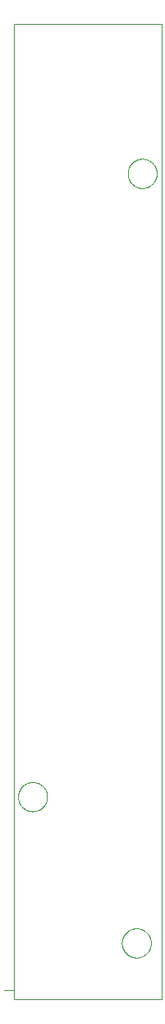
<source format=gtp>
G75*
%MOIN*%
%OFA0B0*%
%FSLAX25Y25*%
%IPPOS*%
%LPD*%
%AMOC8*
5,1,8,0,0,1.08239X$1,22.5*
%
%ADD10C,0.00000*%
D10*
X0065737Y0017548D02*
X0069674Y0017548D01*
X0069713Y0013611D02*
X0069713Y0407312D01*
X0129713Y0407312D01*
X0129713Y0013611D01*
X0069713Y0013611D01*
X0071485Y0095501D02*
X0071487Y0095654D01*
X0071493Y0095808D01*
X0071503Y0095961D01*
X0071517Y0096113D01*
X0071535Y0096266D01*
X0071557Y0096417D01*
X0071582Y0096568D01*
X0071612Y0096719D01*
X0071646Y0096869D01*
X0071683Y0097017D01*
X0071724Y0097165D01*
X0071769Y0097311D01*
X0071818Y0097457D01*
X0071871Y0097601D01*
X0071927Y0097743D01*
X0071987Y0097884D01*
X0072051Y0098024D01*
X0072118Y0098162D01*
X0072189Y0098298D01*
X0072264Y0098432D01*
X0072341Y0098564D01*
X0072423Y0098694D01*
X0072507Y0098822D01*
X0072595Y0098948D01*
X0072686Y0099071D01*
X0072780Y0099192D01*
X0072878Y0099310D01*
X0072978Y0099426D01*
X0073082Y0099539D01*
X0073188Y0099650D01*
X0073297Y0099758D01*
X0073409Y0099863D01*
X0073523Y0099964D01*
X0073641Y0100063D01*
X0073760Y0100159D01*
X0073882Y0100252D01*
X0074007Y0100341D01*
X0074134Y0100428D01*
X0074263Y0100510D01*
X0074394Y0100590D01*
X0074527Y0100666D01*
X0074662Y0100739D01*
X0074799Y0100808D01*
X0074938Y0100873D01*
X0075078Y0100935D01*
X0075220Y0100993D01*
X0075363Y0101048D01*
X0075508Y0101099D01*
X0075654Y0101146D01*
X0075801Y0101189D01*
X0075949Y0101228D01*
X0076098Y0101264D01*
X0076248Y0101295D01*
X0076399Y0101323D01*
X0076550Y0101347D01*
X0076703Y0101367D01*
X0076855Y0101383D01*
X0077008Y0101395D01*
X0077161Y0101403D01*
X0077314Y0101407D01*
X0077468Y0101407D01*
X0077621Y0101403D01*
X0077774Y0101395D01*
X0077927Y0101383D01*
X0078079Y0101367D01*
X0078232Y0101347D01*
X0078383Y0101323D01*
X0078534Y0101295D01*
X0078684Y0101264D01*
X0078833Y0101228D01*
X0078981Y0101189D01*
X0079128Y0101146D01*
X0079274Y0101099D01*
X0079419Y0101048D01*
X0079562Y0100993D01*
X0079704Y0100935D01*
X0079844Y0100873D01*
X0079983Y0100808D01*
X0080120Y0100739D01*
X0080255Y0100666D01*
X0080388Y0100590D01*
X0080519Y0100510D01*
X0080648Y0100428D01*
X0080775Y0100341D01*
X0080900Y0100252D01*
X0081022Y0100159D01*
X0081141Y0100063D01*
X0081259Y0099964D01*
X0081373Y0099863D01*
X0081485Y0099758D01*
X0081594Y0099650D01*
X0081700Y0099539D01*
X0081804Y0099426D01*
X0081904Y0099310D01*
X0082002Y0099192D01*
X0082096Y0099071D01*
X0082187Y0098948D01*
X0082275Y0098822D01*
X0082359Y0098694D01*
X0082441Y0098564D01*
X0082518Y0098432D01*
X0082593Y0098298D01*
X0082664Y0098162D01*
X0082731Y0098024D01*
X0082795Y0097884D01*
X0082855Y0097743D01*
X0082911Y0097601D01*
X0082964Y0097457D01*
X0083013Y0097311D01*
X0083058Y0097165D01*
X0083099Y0097017D01*
X0083136Y0096869D01*
X0083170Y0096719D01*
X0083200Y0096568D01*
X0083225Y0096417D01*
X0083247Y0096266D01*
X0083265Y0096113D01*
X0083279Y0095961D01*
X0083289Y0095808D01*
X0083295Y0095654D01*
X0083297Y0095501D01*
X0083295Y0095348D01*
X0083289Y0095194D01*
X0083279Y0095041D01*
X0083265Y0094889D01*
X0083247Y0094736D01*
X0083225Y0094585D01*
X0083200Y0094434D01*
X0083170Y0094283D01*
X0083136Y0094133D01*
X0083099Y0093985D01*
X0083058Y0093837D01*
X0083013Y0093691D01*
X0082964Y0093545D01*
X0082911Y0093401D01*
X0082855Y0093259D01*
X0082795Y0093118D01*
X0082731Y0092978D01*
X0082664Y0092840D01*
X0082593Y0092704D01*
X0082518Y0092570D01*
X0082441Y0092438D01*
X0082359Y0092308D01*
X0082275Y0092180D01*
X0082187Y0092054D01*
X0082096Y0091931D01*
X0082002Y0091810D01*
X0081904Y0091692D01*
X0081804Y0091576D01*
X0081700Y0091463D01*
X0081594Y0091352D01*
X0081485Y0091244D01*
X0081373Y0091139D01*
X0081259Y0091038D01*
X0081141Y0090939D01*
X0081022Y0090843D01*
X0080900Y0090750D01*
X0080775Y0090661D01*
X0080648Y0090574D01*
X0080519Y0090492D01*
X0080388Y0090412D01*
X0080255Y0090336D01*
X0080120Y0090263D01*
X0079983Y0090194D01*
X0079844Y0090129D01*
X0079704Y0090067D01*
X0079562Y0090009D01*
X0079419Y0089954D01*
X0079274Y0089903D01*
X0079128Y0089856D01*
X0078981Y0089813D01*
X0078833Y0089774D01*
X0078684Y0089738D01*
X0078534Y0089707D01*
X0078383Y0089679D01*
X0078232Y0089655D01*
X0078079Y0089635D01*
X0077927Y0089619D01*
X0077774Y0089607D01*
X0077621Y0089599D01*
X0077468Y0089595D01*
X0077314Y0089595D01*
X0077161Y0089599D01*
X0077008Y0089607D01*
X0076855Y0089619D01*
X0076703Y0089635D01*
X0076550Y0089655D01*
X0076399Y0089679D01*
X0076248Y0089707D01*
X0076098Y0089738D01*
X0075949Y0089774D01*
X0075801Y0089813D01*
X0075654Y0089856D01*
X0075508Y0089903D01*
X0075363Y0089954D01*
X0075220Y0090009D01*
X0075078Y0090067D01*
X0074938Y0090129D01*
X0074799Y0090194D01*
X0074662Y0090263D01*
X0074527Y0090336D01*
X0074394Y0090412D01*
X0074263Y0090492D01*
X0074134Y0090574D01*
X0074007Y0090661D01*
X0073882Y0090750D01*
X0073760Y0090843D01*
X0073641Y0090939D01*
X0073523Y0091038D01*
X0073409Y0091139D01*
X0073297Y0091244D01*
X0073188Y0091352D01*
X0073082Y0091463D01*
X0072978Y0091576D01*
X0072878Y0091692D01*
X0072780Y0091810D01*
X0072686Y0091931D01*
X0072595Y0092054D01*
X0072507Y0092180D01*
X0072423Y0092308D01*
X0072341Y0092438D01*
X0072264Y0092570D01*
X0072189Y0092704D01*
X0072118Y0092840D01*
X0072051Y0092978D01*
X0071987Y0093118D01*
X0071927Y0093259D01*
X0071871Y0093401D01*
X0071818Y0093545D01*
X0071769Y0093691D01*
X0071724Y0093837D01*
X0071683Y0093985D01*
X0071646Y0094133D01*
X0071612Y0094283D01*
X0071582Y0094434D01*
X0071557Y0094585D01*
X0071535Y0094736D01*
X0071517Y0094889D01*
X0071503Y0095041D01*
X0071493Y0095194D01*
X0071487Y0095348D01*
X0071485Y0095501D01*
X0113611Y0036446D02*
X0113613Y0036599D01*
X0113619Y0036753D01*
X0113629Y0036906D01*
X0113643Y0037058D01*
X0113661Y0037211D01*
X0113683Y0037362D01*
X0113708Y0037513D01*
X0113738Y0037664D01*
X0113772Y0037814D01*
X0113809Y0037962D01*
X0113850Y0038110D01*
X0113895Y0038256D01*
X0113944Y0038402D01*
X0113997Y0038546D01*
X0114053Y0038688D01*
X0114113Y0038829D01*
X0114177Y0038969D01*
X0114244Y0039107D01*
X0114315Y0039243D01*
X0114390Y0039377D01*
X0114467Y0039509D01*
X0114549Y0039639D01*
X0114633Y0039767D01*
X0114721Y0039893D01*
X0114812Y0040016D01*
X0114906Y0040137D01*
X0115004Y0040255D01*
X0115104Y0040371D01*
X0115208Y0040484D01*
X0115314Y0040595D01*
X0115423Y0040703D01*
X0115535Y0040808D01*
X0115649Y0040909D01*
X0115767Y0041008D01*
X0115886Y0041104D01*
X0116008Y0041197D01*
X0116133Y0041286D01*
X0116260Y0041373D01*
X0116389Y0041455D01*
X0116520Y0041535D01*
X0116653Y0041611D01*
X0116788Y0041684D01*
X0116925Y0041753D01*
X0117064Y0041818D01*
X0117204Y0041880D01*
X0117346Y0041938D01*
X0117489Y0041993D01*
X0117634Y0042044D01*
X0117780Y0042091D01*
X0117927Y0042134D01*
X0118075Y0042173D01*
X0118224Y0042209D01*
X0118374Y0042240D01*
X0118525Y0042268D01*
X0118676Y0042292D01*
X0118829Y0042312D01*
X0118981Y0042328D01*
X0119134Y0042340D01*
X0119287Y0042348D01*
X0119440Y0042352D01*
X0119594Y0042352D01*
X0119747Y0042348D01*
X0119900Y0042340D01*
X0120053Y0042328D01*
X0120205Y0042312D01*
X0120358Y0042292D01*
X0120509Y0042268D01*
X0120660Y0042240D01*
X0120810Y0042209D01*
X0120959Y0042173D01*
X0121107Y0042134D01*
X0121254Y0042091D01*
X0121400Y0042044D01*
X0121545Y0041993D01*
X0121688Y0041938D01*
X0121830Y0041880D01*
X0121970Y0041818D01*
X0122109Y0041753D01*
X0122246Y0041684D01*
X0122381Y0041611D01*
X0122514Y0041535D01*
X0122645Y0041455D01*
X0122774Y0041373D01*
X0122901Y0041286D01*
X0123026Y0041197D01*
X0123148Y0041104D01*
X0123267Y0041008D01*
X0123385Y0040909D01*
X0123499Y0040808D01*
X0123611Y0040703D01*
X0123720Y0040595D01*
X0123826Y0040484D01*
X0123930Y0040371D01*
X0124030Y0040255D01*
X0124128Y0040137D01*
X0124222Y0040016D01*
X0124313Y0039893D01*
X0124401Y0039767D01*
X0124485Y0039639D01*
X0124567Y0039509D01*
X0124644Y0039377D01*
X0124719Y0039243D01*
X0124790Y0039107D01*
X0124857Y0038969D01*
X0124921Y0038829D01*
X0124981Y0038688D01*
X0125037Y0038546D01*
X0125090Y0038402D01*
X0125139Y0038256D01*
X0125184Y0038110D01*
X0125225Y0037962D01*
X0125262Y0037814D01*
X0125296Y0037664D01*
X0125326Y0037513D01*
X0125351Y0037362D01*
X0125373Y0037211D01*
X0125391Y0037058D01*
X0125405Y0036906D01*
X0125415Y0036753D01*
X0125421Y0036599D01*
X0125423Y0036446D01*
X0125421Y0036293D01*
X0125415Y0036139D01*
X0125405Y0035986D01*
X0125391Y0035834D01*
X0125373Y0035681D01*
X0125351Y0035530D01*
X0125326Y0035379D01*
X0125296Y0035228D01*
X0125262Y0035078D01*
X0125225Y0034930D01*
X0125184Y0034782D01*
X0125139Y0034636D01*
X0125090Y0034490D01*
X0125037Y0034346D01*
X0124981Y0034204D01*
X0124921Y0034063D01*
X0124857Y0033923D01*
X0124790Y0033785D01*
X0124719Y0033649D01*
X0124644Y0033515D01*
X0124567Y0033383D01*
X0124485Y0033253D01*
X0124401Y0033125D01*
X0124313Y0032999D01*
X0124222Y0032876D01*
X0124128Y0032755D01*
X0124030Y0032637D01*
X0123930Y0032521D01*
X0123826Y0032408D01*
X0123720Y0032297D01*
X0123611Y0032189D01*
X0123499Y0032084D01*
X0123385Y0031983D01*
X0123267Y0031884D01*
X0123148Y0031788D01*
X0123026Y0031695D01*
X0122901Y0031606D01*
X0122774Y0031519D01*
X0122645Y0031437D01*
X0122514Y0031357D01*
X0122381Y0031281D01*
X0122246Y0031208D01*
X0122109Y0031139D01*
X0121970Y0031074D01*
X0121830Y0031012D01*
X0121688Y0030954D01*
X0121545Y0030899D01*
X0121400Y0030848D01*
X0121254Y0030801D01*
X0121107Y0030758D01*
X0120959Y0030719D01*
X0120810Y0030683D01*
X0120660Y0030652D01*
X0120509Y0030624D01*
X0120358Y0030600D01*
X0120205Y0030580D01*
X0120053Y0030564D01*
X0119900Y0030552D01*
X0119747Y0030544D01*
X0119594Y0030540D01*
X0119440Y0030540D01*
X0119287Y0030544D01*
X0119134Y0030552D01*
X0118981Y0030564D01*
X0118829Y0030580D01*
X0118676Y0030600D01*
X0118525Y0030624D01*
X0118374Y0030652D01*
X0118224Y0030683D01*
X0118075Y0030719D01*
X0117927Y0030758D01*
X0117780Y0030801D01*
X0117634Y0030848D01*
X0117489Y0030899D01*
X0117346Y0030954D01*
X0117204Y0031012D01*
X0117064Y0031074D01*
X0116925Y0031139D01*
X0116788Y0031208D01*
X0116653Y0031281D01*
X0116520Y0031357D01*
X0116389Y0031437D01*
X0116260Y0031519D01*
X0116133Y0031606D01*
X0116008Y0031695D01*
X0115886Y0031788D01*
X0115767Y0031884D01*
X0115649Y0031983D01*
X0115535Y0032084D01*
X0115423Y0032189D01*
X0115314Y0032297D01*
X0115208Y0032408D01*
X0115104Y0032521D01*
X0115004Y0032637D01*
X0114906Y0032755D01*
X0114812Y0032876D01*
X0114721Y0032999D01*
X0114633Y0033125D01*
X0114549Y0033253D01*
X0114467Y0033383D01*
X0114390Y0033515D01*
X0114315Y0033649D01*
X0114244Y0033785D01*
X0114177Y0033923D01*
X0114113Y0034063D01*
X0114053Y0034204D01*
X0113997Y0034346D01*
X0113944Y0034490D01*
X0113895Y0034636D01*
X0113850Y0034782D01*
X0113809Y0034930D01*
X0113772Y0035078D01*
X0113738Y0035228D01*
X0113708Y0035379D01*
X0113683Y0035530D01*
X0113661Y0035681D01*
X0113643Y0035834D01*
X0113629Y0035986D01*
X0113619Y0036139D01*
X0113613Y0036293D01*
X0113611Y0036446D01*
X0115973Y0347076D02*
X0115975Y0347229D01*
X0115981Y0347383D01*
X0115991Y0347536D01*
X0116005Y0347688D01*
X0116023Y0347841D01*
X0116045Y0347992D01*
X0116070Y0348143D01*
X0116100Y0348294D01*
X0116134Y0348444D01*
X0116171Y0348592D01*
X0116212Y0348740D01*
X0116257Y0348886D01*
X0116306Y0349032D01*
X0116359Y0349176D01*
X0116415Y0349318D01*
X0116475Y0349459D01*
X0116539Y0349599D01*
X0116606Y0349737D01*
X0116677Y0349873D01*
X0116752Y0350007D01*
X0116829Y0350139D01*
X0116911Y0350269D01*
X0116995Y0350397D01*
X0117083Y0350523D01*
X0117174Y0350646D01*
X0117268Y0350767D01*
X0117366Y0350885D01*
X0117466Y0351001D01*
X0117570Y0351114D01*
X0117676Y0351225D01*
X0117785Y0351333D01*
X0117897Y0351438D01*
X0118011Y0351539D01*
X0118129Y0351638D01*
X0118248Y0351734D01*
X0118370Y0351827D01*
X0118495Y0351916D01*
X0118622Y0352003D01*
X0118751Y0352085D01*
X0118882Y0352165D01*
X0119015Y0352241D01*
X0119150Y0352314D01*
X0119287Y0352383D01*
X0119426Y0352448D01*
X0119566Y0352510D01*
X0119708Y0352568D01*
X0119851Y0352623D01*
X0119996Y0352674D01*
X0120142Y0352721D01*
X0120289Y0352764D01*
X0120437Y0352803D01*
X0120586Y0352839D01*
X0120736Y0352870D01*
X0120887Y0352898D01*
X0121038Y0352922D01*
X0121191Y0352942D01*
X0121343Y0352958D01*
X0121496Y0352970D01*
X0121649Y0352978D01*
X0121802Y0352982D01*
X0121956Y0352982D01*
X0122109Y0352978D01*
X0122262Y0352970D01*
X0122415Y0352958D01*
X0122567Y0352942D01*
X0122720Y0352922D01*
X0122871Y0352898D01*
X0123022Y0352870D01*
X0123172Y0352839D01*
X0123321Y0352803D01*
X0123469Y0352764D01*
X0123616Y0352721D01*
X0123762Y0352674D01*
X0123907Y0352623D01*
X0124050Y0352568D01*
X0124192Y0352510D01*
X0124332Y0352448D01*
X0124471Y0352383D01*
X0124608Y0352314D01*
X0124743Y0352241D01*
X0124876Y0352165D01*
X0125007Y0352085D01*
X0125136Y0352003D01*
X0125263Y0351916D01*
X0125388Y0351827D01*
X0125510Y0351734D01*
X0125629Y0351638D01*
X0125747Y0351539D01*
X0125861Y0351438D01*
X0125973Y0351333D01*
X0126082Y0351225D01*
X0126188Y0351114D01*
X0126292Y0351001D01*
X0126392Y0350885D01*
X0126490Y0350767D01*
X0126584Y0350646D01*
X0126675Y0350523D01*
X0126763Y0350397D01*
X0126847Y0350269D01*
X0126929Y0350139D01*
X0127006Y0350007D01*
X0127081Y0349873D01*
X0127152Y0349737D01*
X0127219Y0349599D01*
X0127283Y0349459D01*
X0127343Y0349318D01*
X0127399Y0349176D01*
X0127452Y0349032D01*
X0127501Y0348886D01*
X0127546Y0348740D01*
X0127587Y0348592D01*
X0127624Y0348444D01*
X0127658Y0348294D01*
X0127688Y0348143D01*
X0127713Y0347992D01*
X0127735Y0347841D01*
X0127753Y0347688D01*
X0127767Y0347536D01*
X0127777Y0347383D01*
X0127783Y0347229D01*
X0127785Y0347076D01*
X0127783Y0346923D01*
X0127777Y0346769D01*
X0127767Y0346616D01*
X0127753Y0346464D01*
X0127735Y0346311D01*
X0127713Y0346160D01*
X0127688Y0346009D01*
X0127658Y0345858D01*
X0127624Y0345708D01*
X0127587Y0345560D01*
X0127546Y0345412D01*
X0127501Y0345266D01*
X0127452Y0345120D01*
X0127399Y0344976D01*
X0127343Y0344834D01*
X0127283Y0344693D01*
X0127219Y0344553D01*
X0127152Y0344415D01*
X0127081Y0344279D01*
X0127006Y0344145D01*
X0126929Y0344013D01*
X0126847Y0343883D01*
X0126763Y0343755D01*
X0126675Y0343629D01*
X0126584Y0343506D01*
X0126490Y0343385D01*
X0126392Y0343267D01*
X0126292Y0343151D01*
X0126188Y0343038D01*
X0126082Y0342927D01*
X0125973Y0342819D01*
X0125861Y0342714D01*
X0125747Y0342613D01*
X0125629Y0342514D01*
X0125510Y0342418D01*
X0125388Y0342325D01*
X0125263Y0342236D01*
X0125136Y0342149D01*
X0125007Y0342067D01*
X0124876Y0341987D01*
X0124743Y0341911D01*
X0124608Y0341838D01*
X0124471Y0341769D01*
X0124332Y0341704D01*
X0124192Y0341642D01*
X0124050Y0341584D01*
X0123907Y0341529D01*
X0123762Y0341478D01*
X0123616Y0341431D01*
X0123469Y0341388D01*
X0123321Y0341349D01*
X0123172Y0341313D01*
X0123022Y0341282D01*
X0122871Y0341254D01*
X0122720Y0341230D01*
X0122567Y0341210D01*
X0122415Y0341194D01*
X0122262Y0341182D01*
X0122109Y0341174D01*
X0121956Y0341170D01*
X0121802Y0341170D01*
X0121649Y0341174D01*
X0121496Y0341182D01*
X0121343Y0341194D01*
X0121191Y0341210D01*
X0121038Y0341230D01*
X0120887Y0341254D01*
X0120736Y0341282D01*
X0120586Y0341313D01*
X0120437Y0341349D01*
X0120289Y0341388D01*
X0120142Y0341431D01*
X0119996Y0341478D01*
X0119851Y0341529D01*
X0119708Y0341584D01*
X0119566Y0341642D01*
X0119426Y0341704D01*
X0119287Y0341769D01*
X0119150Y0341838D01*
X0119015Y0341911D01*
X0118882Y0341987D01*
X0118751Y0342067D01*
X0118622Y0342149D01*
X0118495Y0342236D01*
X0118370Y0342325D01*
X0118248Y0342418D01*
X0118129Y0342514D01*
X0118011Y0342613D01*
X0117897Y0342714D01*
X0117785Y0342819D01*
X0117676Y0342927D01*
X0117570Y0343038D01*
X0117466Y0343151D01*
X0117366Y0343267D01*
X0117268Y0343385D01*
X0117174Y0343506D01*
X0117083Y0343629D01*
X0116995Y0343755D01*
X0116911Y0343883D01*
X0116829Y0344013D01*
X0116752Y0344145D01*
X0116677Y0344279D01*
X0116606Y0344415D01*
X0116539Y0344553D01*
X0116475Y0344693D01*
X0116415Y0344834D01*
X0116359Y0344976D01*
X0116306Y0345120D01*
X0116257Y0345266D01*
X0116212Y0345412D01*
X0116171Y0345560D01*
X0116134Y0345708D01*
X0116100Y0345858D01*
X0116070Y0346009D01*
X0116045Y0346160D01*
X0116023Y0346311D01*
X0116005Y0346464D01*
X0115991Y0346616D01*
X0115981Y0346769D01*
X0115975Y0346923D01*
X0115973Y0347076D01*
M02*

</source>
